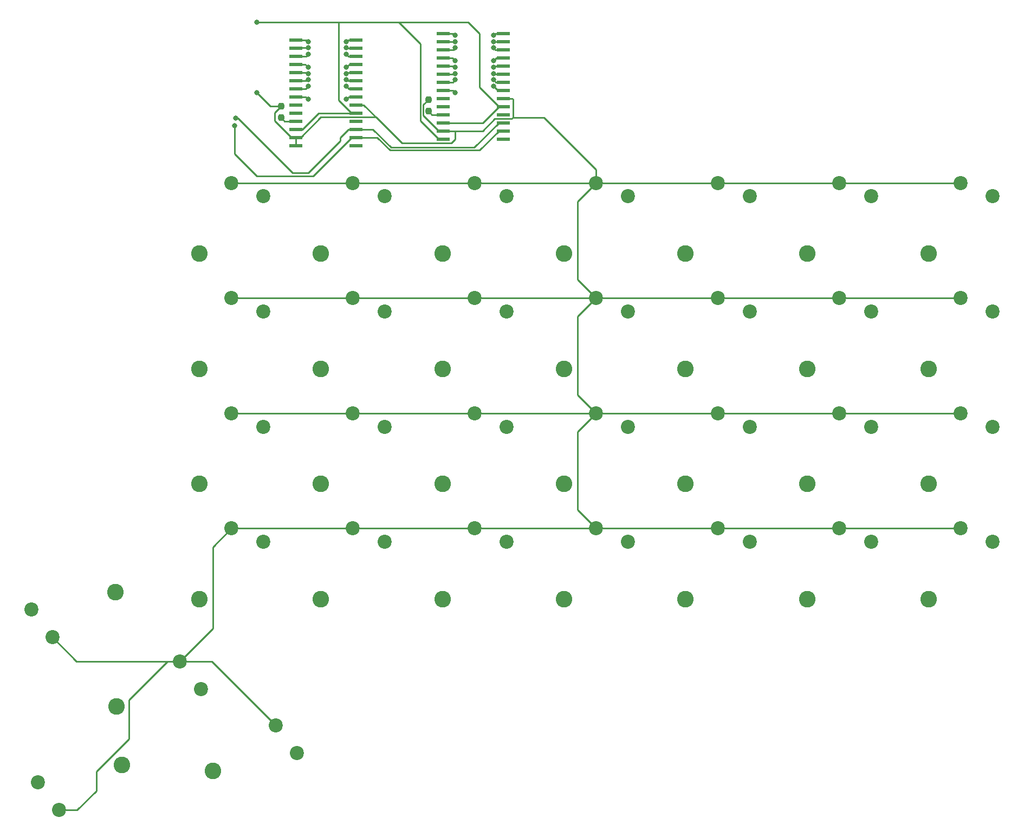
<source format=gbr>
%TF.GenerationSoftware,KiCad,Pcbnew,(6.0.9)*%
%TF.CreationDate,2022-12-02T11:24:13-08:00*%
%TF.ProjectId,keyboard_right,6b657962-6f61-4726-945f-72696768742e,rev?*%
%TF.SameCoordinates,Original*%
%TF.FileFunction,Copper,L2,Bot*%
%TF.FilePolarity,Positive*%
%FSLAX46Y46*%
G04 Gerber Fmt 4.6, Leading zero omitted, Abs format (unit mm)*
G04 Created by KiCad (PCBNEW (6.0.9)) date 2022-12-02 11:24:13*
%MOMM*%
%LPD*%
G01*
G04 APERTURE LIST*
G04 Aperture macros list*
%AMRoundRect*
0 Rectangle with rounded corners*
0 $1 Rounding radius*
0 $2 $3 $4 $5 $6 $7 $8 $9 X,Y pos of 4 corners*
0 Add a 4 corners polygon primitive as box body*
4,1,4,$2,$3,$4,$5,$6,$7,$8,$9,$2,$3,0*
0 Add four circle primitives for the rounded corners*
1,1,$1+$1,$2,$3*
1,1,$1+$1,$4,$5*
1,1,$1+$1,$6,$7*
1,1,$1+$1,$8,$9*
0 Add four rect primitives between the rounded corners*
20,1,$1+$1,$2,$3,$4,$5,0*
20,1,$1+$1,$4,$5,$6,$7,0*
20,1,$1+$1,$6,$7,$8,$9,0*
20,1,$1+$1,$8,$9,$2,$3,0*%
G04 Aperture macros list end*
%TA.AperFunction,ComponentPad*%
%ADD10C,2.200000*%
%TD*%
%TA.AperFunction,ComponentPad*%
%ADD11C,2.600000*%
%TD*%
%TA.AperFunction,SMDPad,CuDef*%
%ADD12R,2.000000X0.600000*%
%TD*%
%TA.AperFunction,SMDPad,CuDef*%
%ADD13RoundRect,0.237500X0.237500X-0.250000X0.237500X0.250000X-0.237500X0.250000X-0.237500X-0.250000X0*%
%TD*%
%TA.AperFunction,ViaPad*%
%ADD14C,0.800000*%
%TD*%
%TA.AperFunction,Conductor*%
%ADD15C,0.250000*%
%TD*%
G04 APERTURE END LIST*
D10*
%TO.P,SW32,1,1*%
%TO.N,+5V*%
X95950000Y-133890450D03*
%TO.P,SW32,2,2*%
%TO.N,Net-(SW32-Pad2)*%
X99230127Y-138209103D03*
D11*
%TO.P,SW32,*%
%TO.N,*%
X86094873Y-140960031D03*
%TD*%
D10*
%TO.P,SW30,1,1*%
%TO.N,+5V*%
X62050000Y-147109550D03*
%TO.P,SW30,2,2*%
%TO.N,Net-(SW30-Pad2)*%
X58769873Y-142790897D03*
D11*
%TO.P,SW30,*%
%TO.N,*%
X71905127Y-140039969D03*
%TD*%
D10*
%TO.P,SW29,1,1*%
%TO.N,+5V*%
X61050000Y-120109550D03*
%TO.P,SW29,2,2*%
%TO.N,Net-(SW29-Pad2)*%
X57769873Y-115790897D03*
D11*
%TO.P,SW29,*%
%TO.N,*%
X70905127Y-113039969D03*
%TD*%
D10*
%TO.P,SW4,1,1*%
%TO.N,+5V*%
X203000000Y-103100000D03*
%TO.P,SW4,2,2*%
%TO.N,Net-(SW4-Pad2)*%
X208000000Y-105200000D03*
D11*
%TO.P,SW4,*%
%TO.N,*%
X198000000Y-114150000D03*
%TD*%
D10*
%TO.P,SW2,1,1*%
%TO.N,+5V*%
X203000000Y-67100000D03*
%TO.P,SW2,2,2*%
%TO.N,Net-(SW2-Pad2)*%
X208000000Y-69200000D03*
D11*
%TO.P,SW2,*%
%TO.N,*%
X198000000Y-78150000D03*
%TD*%
D10*
%TO.P,SW1,1,1*%
%TO.N,+5V*%
X203000000Y-49100000D03*
%TO.P,SW1,2,2*%
%TO.N,Net-(SW1-Pad2)*%
X208000000Y-51200000D03*
D11*
%TO.P,SW1,*%
%TO.N,*%
X198000000Y-60150000D03*
%TD*%
D10*
%TO.P,SW16,1,1*%
%TO.N,+5V*%
X146000000Y-103100000D03*
%TO.P,SW16,2,2*%
%TO.N,Net-(SW16-Pad2)*%
X151000000Y-105200000D03*
D11*
%TO.P,SW16,*%
%TO.N,*%
X141000000Y-114150000D03*
%TD*%
D10*
%TO.P,SW14,1,1*%
%TO.N,+5V*%
X146000000Y-67100000D03*
%TO.P,SW14,2,2*%
%TO.N,Net-(SW14-Pad2)*%
X151000000Y-69200000D03*
D11*
%TO.P,SW14,*%
%TO.N,*%
X141000000Y-78150000D03*
%TD*%
D10*
%TO.P,SW13,1,1*%
%TO.N,+5V*%
X146000000Y-49100000D03*
%TO.P,SW13,2,2*%
%TO.N,Net-(SW13-Pad2)*%
X151000000Y-51200000D03*
D11*
%TO.P,SW13,*%
%TO.N,*%
X141000000Y-60150000D03*
%TD*%
D12*
%TO.P,U2,1,GPB0*%
%TO.N,Net-(SW17-Pad2)*%
X108497500Y-26745000D03*
%TO.P,U2,2,GPB1*%
%TO.N,Net-(SW18-Pad2)*%
X108497500Y-28015000D03*
%TO.P,U2,3,GPB2*%
%TO.N,Net-(SW19-Pad2)*%
X108497500Y-29285000D03*
%TO.P,U2,4,GPB3*%
%TO.N,Net-(SW20-Pad2)*%
X108497500Y-30555000D03*
%TO.P,U2,5,GPB4*%
%TO.N,Net-(SW21-Pad2)*%
X108497500Y-31825000D03*
%TO.P,U2,6,GPB5*%
%TO.N,Net-(SW22-Pad2)*%
X108497500Y-33095000D03*
%TO.P,U2,7,GPB6*%
%TO.N,Net-(SW23-Pad2)*%
X108497500Y-34365000D03*
%TO.P,U2,8,GPB7*%
%TO.N,Net-(SW24-Pad2)*%
X108497500Y-35635000D03*
%TO.P,U2,9,VDD*%
%TO.N,+5V*%
X108497500Y-36905000D03*
%TO.P,U2,10,VSS*%
%TO.N,GND*%
X108497500Y-38175000D03*
%TO.P,U2,11,NC*%
%TO.N,unconnected-(U2-Pad11)*%
X108497500Y-39445000D03*
%TO.P,U2,12,SCK*%
%TO.N,/SCK*%
X108497500Y-40715000D03*
%TO.P,U2,13,SDA*%
%TO.N,/SDA*%
X108497500Y-41985000D03*
%TO.P,U2,14,NC*%
%TO.N,unconnected-(U2-Pad14)*%
X108497500Y-43255000D03*
%TO.P,U2,15,A0*%
%TO.N,+5V*%
X99097500Y-43255000D03*
%TO.P,U2,16,A1*%
X99097500Y-41985000D03*
%TO.P,U2,17,A2*%
%TO.N,GND*%
X99097500Y-40715000D03*
%TO.P,U2,18,~{RESET}*%
%TO.N,/Reset 2*%
X99097500Y-39445000D03*
%TO.P,U2,19,INTB*%
%TO.N,unconnected-(U2-Pad19)*%
X99097500Y-38175000D03*
%TO.P,U2,20,INTA*%
%TO.N,unconnected-(U2-Pad20)*%
X99097500Y-36905000D03*
%TO.P,U2,21,GPA0*%
%TO.N,Net-(SW25-Pad2)*%
X99097500Y-35635000D03*
%TO.P,U2,22,GPA1*%
%TO.N,Net-(SW26-Pad2)*%
X99097500Y-34365000D03*
%TO.P,U2,23,GPA2*%
%TO.N,Net-(SW27-Pad2)*%
X99097500Y-33095000D03*
%TO.P,U2,24,GPA3*%
%TO.N,Net-(SW28-Pad2)*%
X99097500Y-31825000D03*
%TO.P,U2,25,GPA4*%
%TO.N,Net-(SW29-Pad2)*%
X99097500Y-30555000D03*
%TO.P,U2,26,GPA5*%
%TO.N,Net-(SW30-Pad2)*%
X99097500Y-29285000D03*
%TO.P,U2,27,GPA6*%
%TO.N,Net-(SW31-Pad2)*%
X99097500Y-28015000D03*
%TO.P,U2,28,GPA7*%
%TO.N,Net-(SW32-Pad2)*%
X99097500Y-26745000D03*
%TD*%
%TO.P,U1,1,GPB0*%
%TO.N,Net-(SW1-Pad2)*%
X131497500Y-25745000D03*
%TO.P,U1,2,GPB1*%
%TO.N,Net-(SW2-Pad2)*%
X131497500Y-27015000D03*
%TO.P,U1,3,GPB2*%
%TO.N,Net-(SW3-Pad2)*%
X131497500Y-28285000D03*
%TO.P,U1,4,GPB3*%
%TO.N,Net-(SW4-Pad2)*%
X131497500Y-29555000D03*
%TO.P,U1,5,GPB4*%
%TO.N,Net-(SW5-Pad2)*%
X131497500Y-30825000D03*
%TO.P,U1,6,GPB5*%
%TO.N,Net-(SW6-Pad2)*%
X131497500Y-32095000D03*
%TO.P,U1,7,GPB6*%
%TO.N,Net-(SW7-Pad2)*%
X131497500Y-33365000D03*
%TO.P,U1,8,GPB7*%
%TO.N,Net-(SW8-Pad2)*%
X131497500Y-34635000D03*
%TO.P,U1,9,VDD*%
%TO.N,+5V*%
X131497500Y-35905000D03*
%TO.P,U1,10,VSS*%
%TO.N,GND*%
X131497500Y-37175000D03*
%TO.P,U1,11,NC*%
%TO.N,unconnected-(U1-Pad11)*%
X131497500Y-38445000D03*
%TO.P,U1,12,SCK*%
%TO.N,/SCK*%
X131497500Y-39715000D03*
%TO.P,U1,13,SDA*%
%TO.N,/SDA*%
X131497500Y-40985000D03*
%TO.P,U1,14,NC*%
%TO.N,unconnected-(U1-Pad14)*%
X131497500Y-42255000D03*
%TO.P,U1,15,A0*%
%TO.N,GND*%
X122097500Y-42255000D03*
%TO.P,U1,16,A1*%
%TO.N,+5V*%
X122097500Y-40985000D03*
%TO.P,U1,17,A2*%
%TO.N,GND*%
X122097500Y-39715000D03*
%TO.P,U1,18,~{RESET}*%
%TO.N,/Reset 1*%
X122097500Y-38445000D03*
%TO.P,U1,19,INTB*%
%TO.N,unconnected-(U1-Pad19)*%
X122097500Y-37175000D03*
%TO.P,U1,20,INTA*%
%TO.N,unconnected-(U1-Pad20)*%
X122097500Y-35905000D03*
%TO.P,U1,21,GPA0*%
%TO.N,Net-(SW9-Pad2)*%
X122097500Y-34635000D03*
%TO.P,U1,22,GPA1*%
%TO.N,Net-(SW10-Pad2)*%
X122097500Y-33365000D03*
%TO.P,U1,23,GPA2*%
%TO.N,Net-(SW11-Pad2)*%
X122097500Y-32095000D03*
%TO.P,U1,24,GPA3*%
%TO.N,Net-(SW12-Pad2)*%
X122097500Y-30825000D03*
%TO.P,U1,25,GPA4*%
%TO.N,Net-(SW13-Pad2)*%
X122097500Y-29555000D03*
%TO.P,U1,26,GPA5*%
%TO.N,Net-(SW14-Pad2)*%
X122097500Y-28285000D03*
%TO.P,U1,27,GPA6*%
%TO.N,Net-(SW15-Pad2)*%
X122097500Y-27015000D03*
%TO.P,U1,28,GPA7*%
%TO.N,Net-(SW16-Pad2)*%
X122097500Y-25745000D03*
%TD*%
D10*
%TO.P,SW31,1,1*%
%TO.N,+5V*%
X80950000Y-123890450D03*
%TO.P,SW31,2,2*%
%TO.N,Net-(SW31-Pad2)*%
X84230127Y-128209103D03*
D11*
%TO.P,SW31,*%
%TO.N,*%
X71094873Y-130960031D03*
%TD*%
D10*
%TO.P,SW28,1,1*%
%TO.N,+5V*%
X89000000Y-103100000D03*
%TO.P,SW28,2,2*%
%TO.N,Net-(SW28-Pad2)*%
X94000000Y-105200000D03*
D11*
%TO.P,SW28,*%
%TO.N,*%
X84000000Y-114150000D03*
%TD*%
D10*
%TO.P,SW27,1,1*%
%TO.N,+5V*%
X89000000Y-85100000D03*
%TO.P,SW27,2,2*%
%TO.N,Net-(SW27-Pad2)*%
X94000000Y-87200000D03*
D11*
%TO.P,SW27,*%
%TO.N,*%
X84000000Y-96150000D03*
%TD*%
D10*
%TO.P,SW26,1,1*%
%TO.N,+5V*%
X89000000Y-67100000D03*
%TO.P,SW26,2,2*%
%TO.N,Net-(SW26-Pad2)*%
X94000000Y-69200000D03*
D11*
%TO.P,SW26,*%
%TO.N,*%
X84000000Y-78150000D03*
%TD*%
D10*
%TO.P,SW25,1,1*%
%TO.N,+5V*%
X89000000Y-49100000D03*
%TO.P,SW25,2,2*%
%TO.N,Net-(SW25-Pad2)*%
X94000000Y-51200000D03*
D11*
%TO.P,SW25,*%
%TO.N,*%
X84000000Y-60150000D03*
%TD*%
D10*
%TO.P,SW24,1,1*%
%TO.N,+5V*%
X108000000Y-103100000D03*
%TO.P,SW24,2,2*%
%TO.N,Net-(SW24-Pad2)*%
X113000000Y-105200000D03*
D11*
%TO.P,SW24,*%
%TO.N,*%
X103000000Y-114150000D03*
%TD*%
D10*
%TO.P,SW23,1,1*%
%TO.N,+5V*%
X108000000Y-85100000D03*
%TO.P,SW23,2,2*%
%TO.N,Net-(SW23-Pad2)*%
X113000000Y-87200000D03*
D11*
%TO.P,SW23,*%
%TO.N,*%
X103000000Y-96150000D03*
%TD*%
D10*
%TO.P,SW22,1,1*%
%TO.N,+5V*%
X108000000Y-67100000D03*
%TO.P,SW22,2,2*%
%TO.N,Net-(SW22-Pad2)*%
X113000000Y-69200000D03*
D11*
%TO.P,SW22,*%
%TO.N,*%
X103000000Y-78150000D03*
%TD*%
D10*
%TO.P,SW21,1,1*%
%TO.N,+5V*%
X108000000Y-49100000D03*
%TO.P,SW21,2,2*%
%TO.N,Net-(SW21-Pad2)*%
X113000000Y-51200000D03*
D11*
%TO.P,SW21,*%
%TO.N,*%
X103000000Y-60150000D03*
%TD*%
D10*
%TO.P,SW20,1,1*%
%TO.N,+5V*%
X127000000Y-103100000D03*
%TO.P,SW20,2,2*%
%TO.N,Net-(SW20-Pad2)*%
X132000000Y-105200000D03*
D11*
%TO.P,SW20,*%
%TO.N,*%
X122000000Y-114150000D03*
%TD*%
D10*
%TO.P,SW19,1,1*%
%TO.N,+5V*%
X127000000Y-85100000D03*
%TO.P,SW19,2,2*%
%TO.N,Net-(SW19-Pad2)*%
X132000000Y-87200000D03*
D11*
%TO.P,SW19,*%
%TO.N,*%
X122000000Y-96150000D03*
%TD*%
D10*
%TO.P,SW18,1,1*%
%TO.N,+5V*%
X127000000Y-67100000D03*
%TO.P,SW18,2,2*%
%TO.N,Net-(SW18-Pad2)*%
X132000000Y-69200000D03*
D11*
%TO.P,SW18,*%
%TO.N,*%
X122000000Y-78150000D03*
%TD*%
D10*
%TO.P,SW17,1,1*%
%TO.N,+5V*%
X127000000Y-49100000D03*
%TO.P,SW17,2,2*%
%TO.N,Net-(SW17-Pad2)*%
X132000000Y-51200000D03*
D11*
%TO.P,SW17,*%
%TO.N,*%
X122000000Y-60150000D03*
%TD*%
D10*
%TO.P,SW15,1,1*%
%TO.N,+5V*%
X146000000Y-85100000D03*
%TO.P,SW15,2,2*%
%TO.N,Net-(SW15-Pad2)*%
X151000000Y-87200000D03*
D11*
%TO.P,SW15,*%
%TO.N,*%
X141000000Y-96150000D03*
%TD*%
D10*
%TO.P,SW12,1,1*%
%TO.N,+5V*%
X165000000Y-103100000D03*
%TO.P,SW12,2,2*%
%TO.N,Net-(SW12-Pad2)*%
X170000000Y-105200000D03*
D11*
%TO.P,SW12,*%
%TO.N,*%
X160000000Y-114150000D03*
%TD*%
D10*
%TO.P,SW11,1,1*%
%TO.N,+5V*%
X165000000Y-85100000D03*
%TO.P,SW11,2,2*%
%TO.N,Net-(SW11-Pad2)*%
X170000000Y-87200000D03*
D11*
%TO.P,SW11,*%
%TO.N,*%
X160000000Y-96150000D03*
%TD*%
D10*
%TO.P,SW10,1,1*%
%TO.N,+5V*%
X165000000Y-67100000D03*
%TO.P,SW10,2,2*%
%TO.N,Net-(SW10-Pad2)*%
X170000000Y-69200000D03*
D11*
%TO.P,SW10,*%
%TO.N,*%
X160000000Y-78150000D03*
%TD*%
D10*
%TO.P,SW9,1,1*%
%TO.N,+5V*%
X165000000Y-49100000D03*
%TO.P,SW9,2,2*%
%TO.N,Net-(SW9-Pad2)*%
X170000000Y-51200000D03*
D11*
%TO.P,SW9,*%
%TO.N,*%
X160000000Y-60150000D03*
%TD*%
D10*
%TO.P,SW8,1,1*%
%TO.N,+5V*%
X184000000Y-103100000D03*
%TO.P,SW8,2,2*%
%TO.N,Net-(SW8-Pad2)*%
X189000000Y-105200000D03*
D11*
%TO.P,SW8,*%
%TO.N,*%
X179000000Y-114150000D03*
%TD*%
D10*
%TO.P,SW7,1,1*%
%TO.N,+5V*%
X184000000Y-85100000D03*
%TO.P,SW7,2,2*%
%TO.N,Net-(SW7-Pad2)*%
X189000000Y-87200000D03*
D11*
%TO.P,SW7,*%
%TO.N,*%
X179000000Y-96150000D03*
%TD*%
D10*
%TO.P,SW6,1,1*%
%TO.N,+5V*%
X184000000Y-67100000D03*
%TO.P,SW6,2,2*%
%TO.N,Net-(SW6-Pad2)*%
X189000000Y-69200000D03*
D11*
%TO.P,SW6,*%
%TO.N,*%
X179000000Y-78150000D03*
%TD*%
D10*
%TO.P,SW5,1,1*%
%TO.N,+5V*%
X184000000Y-49100000D03*
%TO.P,SW5,2,2*%
%TO.N,Net-(SW5-Pad2)*%
X189000000Y-51200000D03*
D11*
%TO.P,SW5,*%
%TO.N,*%
X179000000Y-60150000D03*
%TD*%
D10*
%TO.P,SW3,1,1*%
%TO.N,+5V*%
X203000000Y-85100000D03*
%TO.P,SW3,2,2*%
%TO.N,Net-(SW3-Pad2)*%
X208000000Y-87200000D03*
D11*
%TO.P,SW3,*%
%TO.N,*%
X198000000Y-96150000D03*
%TD*%
D13*
%TO.P,R4,1*%
%TO.N,/Reset 2*%
X96797500Y-38912500D03*
%TO.P,R4,2*%
%TO.N,+5V*%
X96797500Y-37087500D03*
%TD*%
%TO.P,R3,1*%
%TO.N,/Reset 1*%
X119797500Y-37912500D03*
%TO.P,R3,2*%
%TO.N,+5V*%
X119797500Y-36087500D03*
%TD*%
D14*
%TO.N,Net-(SW32-Pad2)*%
X101000000Y-27000000D03*
%TO.N,Net-(SW31-Pad2)*%
X101000000Y-28000000D03*
%TO.N,Net-(SW29-Pad2)*%
X101000000Y-31000000D03*
%TO.N,Net-(SW16-Pad2)*%
X124000000Y-26000000D03*
%TO.N,Net-(SW15-Pad2)*%
X124000000Y-27000000D03*
%TO.N,Net-(SW14-Pad2)*%
X124000000Y-28000000D03*
%TO.N,Net-(SW13-Pad2)*%
X124000000Y-30000000D03*
%TO.N,Net-(SW12-Pad2)*%
X124000000Y-31000000D03*
%TO.N,Net-(SW11-Pad2)*%
X124000000Y-32000000D03*
%TO.N,Net-(SW10-Pad2)*%
X124000000Y-33000000D03*
%TO.N,Net-(SW9-Pad2)*%
X124000000Y-35000000D03*
%TO.N,Net-(SW8-Pad2)*%
X130000000Y-34000000D03*
%TO.N,Net-(SW7-Pad2)*%
X130000000Y-33000000D03*
%TO.N,Net-(SW6-Pad2)*%
X130000000Y-32000000D03*
%TO.N,Net-(SW5-Pad2)*%
X130000000Y-31000000D03*
%TO.N,Net-(SW4-Pad2)*%
X130000000Y-30000000D03*
%TO.N,Net-(SW3-Pad2)*%
X130000000Y-28000000D03*
%TO.N,Net-(SW2-Pad2)*%
X130000000Y-27000000D03*
%TO.N,Net-(SW1-Pad2)*%
X130000000Y-26000000D03*
%TO.N,Net-(SW17-Pad2)*%
X107000000Y-27000000D03*
%TO.N,Net-(SW18-Pad2)*%
X107000000Y-28000000D03*
%TO.N,Net-(SW19-Pad2)*%
X107000000Y-29000000D03*
%TO.N,Net-(SW20-Pad2)*%
X107000000Y-31000000D03*
%TO.N,Net-(SW21-Pad2)*%
X107000000Y-32000000D03*
%TO.N,Net-(SW22-Pad2)*%
X107000000Y-33000000D03*
%TO.N,Net-(SW23-Pad2)*%
X107000000Y-34000000D03*
%TO.N,Net-(SW24-Pad2)*%
X107000000Y-36000000D03*
%TO.N,Net-(SW30-Pad2)*%
X101000000Y-29000000D03*
%TO.N,Net-(SW28-Pad2)*%
X101000000Y-32000000D03*
%TO.N,Net-(SW27-Pad2)*%
X101000000Y-33000000D03*
%TO.N,Net-(SW26-Pad2)*%
X101000000Y-34000000D03*
%TO.N,Net-(SW25-Pad2)*%
X101000000Y-36000000D03*
%TO.N,/SDA*%
X89528604Y-40165000D03*
%TO.N,/SCK*%
X89715000Y-39000000D03*
%TO.N,+5V*%
X93000000Y-35000000D03*
%TO.N,GND*%
X93000000Y-24000000D03*
%TD*%
D15*
%TO.N,Net-(SW31-Pad2)*%
X101000000Y-28000000D02*
X99112500Y-28000000D01*
X99112500Y-28000000D02*
X99097500Y-28015000D01*
%TO.N,Net-(SW29-Pad2)*%
X100555000Y-30555000D02*
X101000000Y-31000000D01*
X99097500Y-30555000D02*
X100555000Y-30555000D01*
%TO.N,+5V*%
X80950000Y-123890450D02*
X79008329Y-123890450D01*
X79008329Y-123890450D02*
X73000000Y-129898779D01*
X67900001Y-141099999D02*
X67900001Y-144099999D01*
X73000000Y-129898779D02*
X73000000Y-136000000D01*
X73000000Y-136000000D02*
X67900001Y-141099999D01*
X67900001Y-144099999D02*
X64890450Y-147109550D01*
X64890450Y-147109550D02*
X62050000Y-147109550D01*
X80950000Y-123890450D02*
X85950000Y-123890450D01*
X85950000Y-123890450D02*
X95950000Y-133890450D01*
X80950000Y-123890450D02*
X64830900Y-123890450D01*
X64830900Y-123890450D02*
X61050000Y-120109550D01*
X89000000Y-103100000D02*
X86099999Y-106000001D01*
X86099999Y-106000001D02*
X86099999Y-118740451D01*
X86099999Y-118740451D02*
X80950000Y-123890450D01*
X184000000Y-103100000D02*
X203000000Y-103100000D01*
X165000000Y-103100000D02*
X184000000Y-103100000D01*
X146000000Y-103100000D02*
X165000000Y-103100000D01*
X127000000Y-103100000D02*
X146000000Y-103100000D01*
X108000000Y-103100000D02*
X127000000Y-103100000D01*
X89000000Y-103100000D02*
X108000000Y-103100000D01*
X108000000Y-85100000D02*
X89000000Y-85100000D01*
X127000000Y-85100000D02*
X108000000Y-85100000D01*
X146000000Y-85100000D02*
X127000000Y-85100000D01*
X184000000Y-85100000D02*
X203000000Y-85100000D01*
X165000000Y-85100000D02*
X184000000Y-85100000D01*
X146000000Y-85100000D02*
X165000000Y-85100000D01*
X184000000Y-67100000D02*
X203000000Y-67100000D01*
X165000000Y-67100000D02*
X184000000Y-67100000D01*
X146000000Y-67100000D02*
X165000000Y-67100000D01*
X108000000Y-67100000D02*
X89000000Y-67100000D01*
X127000000Y-67100000D02*
X108000000Y-67100000D01*
X146000000Y-67100000D02*
X127000000Y-67100000D01*
X146000000Y-85100000D02*
X143099999Y-88000001D01*
X143099999Y-88000001D02*
X143099999Y-100199999D01*
X143099999Y-100199999D02*
X146000000Y-103100000D01*
X146000000Y-67100000D02*
X143099999Y-70000001D01*
X143099999Y-70000001D02*
X143099999Y-82199999D01*
X143099999Y-82199999D02*
X146000000Y-85100000D01*
X146000000Y-49100000D02*
X143099999Y-52000001D01*
X143099999Y-52000001D02*
X143099999Y-64199999D01*
X143099999Y-64199999D02*
X146000000Y-67100000D01*
X203000000Y-49100000D02*
X184000000Y-49100000D01*
X184000000Y-49100000D02*
X165000000Y-49100000D01*
X165000000Y-49100000D02*
X146000000Y-49100000D01*
X108000000Y-49100000D02*
X127000000Y-49100000D01*
X89000000Y-49100000D02*
X108000000Y-49100000D01*
X146000000Y-49100000D02*
X127000000Y-49100000D01*
X137892500Y-38892500D02*
X146000000Y-47000000D01*
X133000000Y-38892500D02*
X137892500Y-38892500D01*
X146000000Y-47000000D02*
X146000000Y-49100000D01*
%TO.N,GND*%
X115202500Y-24000000D02*
X126000000Y-24000000D01*
X126000000Y-24000000D02*
X127797500Y-25797500D01*
X105797500Y-24000000D02*
X115202500Y-24000000D01*
X115202500Y-24000000D02*
X118547500Y-27345000D01*
%TO.N,+5V*%
X131497500Y-35905000D02*
X132905000Y-35905000D01*
X132905000Y-35905000D02*
X133000000Y-36000000D01*
X123985000Y-40985000D02*
X128277500Y-40985000D01*
X128277500Y-40985000D02*
X130192500Y-39070000D01*
X130192500Y-39070000D02*
X132822500Y-39070000D01*
X132822500Y-39070000D02*
X133000000Y-38892500D01*
X133000000Y-38892500D02*
X133000000Y-36000000D01*
%TO.N,Net-(SW1-Pad2)*%
X130255000Y-25745000D02*
X130000000Y-26000000D01*
X131497500Y-25745000D02*
X130255000Y-25745000D01*
%TO.N,Net-(SW2-Pad2)*%
X130015000Y-27015000D02*
X130000000Y-27000000D01*
X131497500Y-27015000D02*
X130015000Y-27015000D01*
%TO.N,Net-(SW3-Pad2)*%
X130285000Y-28285000D02*
X130000000Y-28000000D01*
X131497500Y-28285000D02*
X130285000Y-28285000D01*
%TO.N,Net-(SW4-Pad2)*%
X130445000Y-29555000D02*
X130000000Y-30000000D01*
X131497500Y-29555000D02*
X130445000Y-29555000D01*
%TO.N,Net-(SW5-Pad2)*%
X130175000Y-30825000D02*
X130000000Y-31000000D01*
X131497500Y-30825000D02*
X130175000Y-30825000D01*
%TO.N,Net-(SW6-Pad2)*%
X130095000Y-32095000D02*
X130000000Y-32000000D01*
X131497500Y-32095000D02*
X130095000Y-32095000D01*
%TO.N,Net-(SW7-Pad2)*%
X130365000Y-33365000D02*
X130000000Y-33000000D01*
X131497500Y-33365000D02*
X130365000Y-33365000D01*
%TO.N,Net-(SW8-Pad2)*%
X130635000Y-34635000D02*
X130000000Y-34000000D01*
X131497500Y-34635000D02*
X130635000Y-34635000D01*
%TO.N,Net-(SW9-Pad2)*%
X123635000Y-34635000D02*
X124000000Y-35000000D01*
X122097500Y-34635000D02*
X123635000Y-34635000D01*
%TO.N,Net-(SW10-Pad2)*%
X123635000Y-33365000D02*
X124000000Y-33000000D01*
X122097500Y-33365000D02*
X123635000Y-33365000D01*
%TO.N,Net-(SW11-Pad2)*%
X123905000Y-32095000D02*
X124000000Y-32000000D01*
X122097500Y-32095000D02*
X123905000Y-32095000D01*
%TO.N,Net-(SW12-Pad2)*%
X123825000Y-30825000D02*
X124000000Y-31000000D01*
X122097500Y-30825000D02*
X123825000Y-30825000D01*
%TO.N,Net-(SW13-Pad2)*%
X123555000Y-29555000D02*
X124000000Y-30000000D01*
X122097500Y-29555000D02*
X123555000Y-29555000D01*
%TO.N,Net-(SW14-Pad2)*%
X123715000Y-28285000D02*
X124000000Y-28000000D01*
X122097500Y-28285000D02*
X123715000Y-28285000D01*
%TO.N,Net-(SW15-Pad2)*%
X123985000Y-27015000D02*
X124000000Y-27000000D01*
X122097500Y-27015000D02*
X123985000Y-27015000D01*
%TO.N,Net-(SW16-Pad2)*%
X123745000Y-25745000D02*
X124000000Y-26000000D01*
X122097500Y-25745000D02*
X123745000Y-25745000D01*
%TO.N,Net-(SW24-Pad2)*%
X107365000Y-35635000D02*
X107000000Y-36000000D01*
X108497500Y-35635000D02*
X107365000Y-35635000D01*
%TO.N,Net-(SW23-Pad2)*%
X107365000Y-34365000D02*
X107000000Y-34000000D01*
X108497500Y-34365000D02*
X107365000Y-34365000D01*
%TO.N,Net-(SW22-Pad2)*%
X107095000Y-33095000D02*
X107000000Y-33000000D01*
X108497500Y-33095000D02*
X107095000Y-33095000D01*
%TO.N,Net-(SW21-Pad2)*%
X107175000Y-31825000D02*
X107000000Y-32000000D01*
X108497500Y-31825000D02*
X107175000Y-31825000D01*
%TO.N,Net-(SW20-Pad2)*%
X107445000Y-30555000D02*
X107000000Y-31000000D01*
X108497500Y-30555000D02*
X107445000Y-30555000D01*
%TO.N,Net-(SW19-Pad2)*%
X107285000Y-29285000D02*
X107000000Y-29000000D01*
X108497500Y-29285000D02*
X107285000Y-29285000D01*
%TO.N,Net-(SW18-Pad2)*%
X107015000Y-28015000D02*
X107000000Y-28000000D01*
X108497500Y-28015000D02*
X107015000Y-28015000D01*
%TO.N,Net-(SW17-Pad2)*%
X107255000Y-26745000D02*
X107000000Y-27000000D01*
X108497500Y-26745000D02*
X107255000Y-26745000D01*
%TO.N,Net-(SW25-Pad2)*%
X100635000Y-35635000D02*
X101000000Y-36000000D01*
X99097500Y-35635000D02*
X100635000Y-35635000D01*
%TO.N,Net-(SW26-Pad2)*%
X100635000Y-34365000D02*
X101000000Y-34000000D01*
X99097500Y-34365000D02*
X100635000Y-34365000D01*
%TO.N,Net-(SW27-Pad2)*%
X100905000Y-33095000D02*
X101000000Y-33000000D01*
X99097500Y-33095000D02*
X100905000Y-33095000D01*
%TO.N,Net-(SW28-Pad2)*%
X100825000Y-31825000D02*
X101000000Y-32000000D01*
X99097500Y-31825000D02*
X100825000Y-31825000D01*
%TO.N,Net-(SW30-Pad2)*%
X100715000Y-29285000D02*
X101000000Y-29000000D01*
X99097500Y-29285000D02*
X100715000Y-29285000D01*
%TO.N,Net-(SW32-Pad2)*%
X100745000Y-26745000D02*
X101000000Y-27000000D01*
X99097500Y-26745000D02*
X100745000Y-26745000D01*
%TO.N,+5V*%
X124000000Y-42302500D02*
X124000000Y-41000000D01*
X123422500Y-42880000D02*
X124000000Y-42302500D01*
X115677500Y-42880000D02*
X123422500Y-42880000D01*
X124000000Y-41000000D02*
X123985000Y-40985000D01*
X123985000Y-40985000D02*
X122097500Y-40985000D01*
%TO.N,/SCK*%
X89715000Y-39000000D02*
X90000000Y-39000000D01*
X90000000Y-39000000D02*
X98550000Y-47550000D01*
X106000000Y-42550000D02*
X106000000Y-42000000D01*
X98550000Y-47550000D02*
X101000000Y-47550000D01*
X106000000Y-42000000D02*
X107285000Y-40715000D01*
X101000000Y-47550000D02*
X106000000Y-42550000D01*
X107285000Y-40715000D02*
X108497500Y-40715000D01*
%TO.N,/SDA*%
X89528604Y-44528604D02*
X93000000Y-48000000D01*
X89528604Y-40165000D02*
X89528604Y-44528604D01*
X93000000Y-48000000D02*
X101782500Y-48000000D01*
X101782500Y-48000000D02*
X107797500Y-41985000D01*
X107797500Y-41985000D02*
X108497500Y-41985000D01*
%TO.N,+5V*%
X95087500Y-37087500D02*
X93000000Y-35000000D01*
X96797500Y-37087500D02*
X95087500Y-37087500D01*
%TO.N,GND*%
X105797500Y-24000000D02*
X93000000Y-24000000D01*
X130797500Y-37175000D02*
X127797500Y-34175000D01*
X127797500Y-34175000D02*
X127797500Y-25797500D01*
X105797500Y-24000000D02*
X105797500Y-36155000D01*
X105797500Y-36155000D02*
X107817500Y-38175000D01*
X107817500Y-38175000D02*
X108497500Y-38175000D01*
%TO.N,+5V*%
X99097500Y-41985000D02*
X98397500Y-41985000D01*
X98397500Y-41985000D02*
X95797500Y-39385000D01*
X95797500Y-39385000D02*
X95797500Y-38087500D01*
X95797500Y-38087500D02*
X96797500Y-37087500D01*
%TO.N,GND*%
X99097500Y-40715000D02*
X100082500Y-40715000D01*
X100082500Y-40715000D02*
X102622500Y-38175000D01*
X102622500Y-38175000D02*
X108497500Y-38175000D01*
%TO.N,+5V*%
X99097500Y-41985000D02*
X99097500Y-43255000D01*
X111797500Y-39000000D02*
X109702500Y-36905000D01*
X115677500Y-42880000D02*
X111797500Y-39000000D01*
X111797500Y-39000000D02*
X111617500Y-38820000D01*
X111617500Y-38820000D02*
X102977500Y-38820000D01*
X102977500Y-38820000D02*
X99812500Y-41985000D01*
X99812500Y-41985000D02*
X99097500Y-41985000D01*
%TO.N,/SCK*%
X131497500Y-39715000D02*
X130797500Y-39715000D01*
X130797500Y-39715000D02*
X126962500Y-43550000D01*
X126962500Y-43550000D02*
X113983896Y-43550000D01*
X113983896Y-43550000D02*
X111148896Y-40715000D01*
X111148896Y-40715000D02*
X108497500Y-40715000D01*
%TO.N,/SDA*%
X127782500Y-44000000D02*
X113797500Y-44000000D01*
X130797500Y-40985000D02*
X127782500Y-44000000D01*
X131497500Y-40985000D02*
X130797500Y-40985000D01*
X113797500Y-44000000D02*
X111782500Y-41985000D01*
X111782500Y-41985000D02*
X108497500Y-41985000D01*
%TO.N,+5V*%
X109702500Y-36905000D02*
X108497500Y-36905000D01*
%TO.N,/Reset 2*%
X96797500Y-38912500D02*
X97330000Y-39445000D01*
X97330000Y-39445000D02*
X99097500Y-39445000D01*
%TO.N,GND*%
X118547500Y-27345000D02*
X118547500Y-39385000D01*
X118547500Y-39385000D02*
X121417500Y-42255000D01*
X121417500Y-42255000D02*
X122097500Y-42255000D01*
%TO.N,+5V*%
X122097500Y-40985000D02*
X121397500Y-40985000D01*
X121397500Y-40985000D02*
X118997500Y-38585000D01*
X118997500Y-38585000D02*
X118997500Y-36887500D01*
X118997500Y-36887500D02*
X119797500Y-36087500D01*
%TO.N,GND*%
X130797500Y-37175000D02*
X128257500Y-39715000D01*
X128257500Y-39715000D02*
X122097500Y-39715000D01*
%TO.N,/Reset 1*%
X119797500Y-37912500D02*
X120330000Y-38445000D01*
X120330000Y-38445000D02*
X122097500Y-38445000D01*
%TO.N,GND*%
X131497500Y-37175000D02*
X130797500Y-37175000D01*
%TD*%
M02*

</source>
